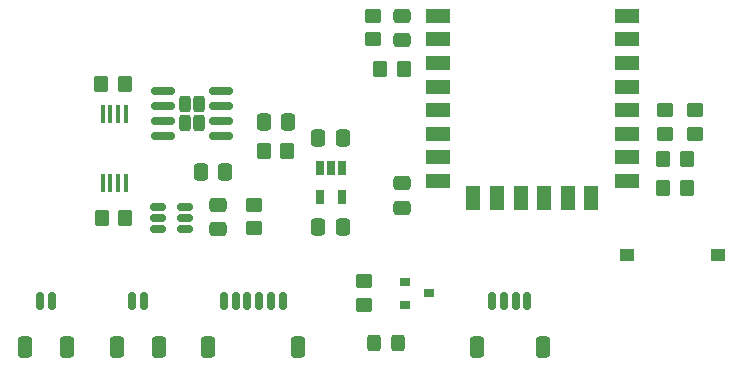
<source format=gbr>
%TF.GenerationSoftware,KiCad,Pcbnew,9.0.6-9.0.6~ubuntu22.04.1*%
%TF.CreationDate,2026-01-04T01:52:07+05:30*%
%TF.ProjectId,WLM_NODE1,574c4d5f-4e4f-4444-9531-2e6b69636164,rev?*%
%TF.SameCoordinates,Original*%
%TF.FileFunction,Paste,Top*%
%TF.FilePolarity,Positive*%
%FSLAX46Y46*%
G04 Gerber Fmt 4.6, Leading zero omitted, Abs format (unit mm)*
G04 Created by KiCad (PCBNEW 9.0.6-9.0.6~ubuntu22.04.1) date 2026-01-04 01:52:07*
%MOMM*%
%LPD*%
G01*
G04 APERTURE LIST*
G04 Aperture macros list*
%AMRoundRect*
0 Rectangle with rounded corners*
0 $1 Rounding radius*
0 $2 $3 $4 $5 $6 $7 $8 $9 X,Y pos of 4 corners*
0 Add a 4 corners polygon primitive as box body*
4,1,4,$2,$3,$4,$5,$6,$7,$8,$9,$2,$3,0*
0 Add four circle primitives for the rounded corners*
1,1,$1+$1,$2,$3*
1,1,$1+$1,$4,$5*
1,1,$1+$1,$6,$7*
1,1,$1+$1,$8,$9*
0 Add four rect primitives between the rounded corners*
20,1,$1+$1,$2,$3,$4,$5,0*
20,1,$1+$1,$4,$5,$6,$7,0*
20,1,$1+$1,$6,$7,$8,$9,0*
20,1,$1+$1,$8,$9,$2,$3,0*%
G04 Aperture macros list end*
%ADD10RoundRect,0.250000X-0.350000X-0.450000X0.350000X-0.450000X0.350000X0.450000X-0.350000X0.450000X0*%
%ADD11RoundRect,0.250000X-0.337500X-0.475000X0.337500X-0.475000X0.337500X0.475000X-0.337500X0.475000X0*%
%ADD12RoundRect,0.250000X0.350000X0.450000X-0.350000X0.450000X-0.350000X-0.450000X0.350000X-0.450000X0*%
%ADD13RoundRect,0.150000X-0.150000X-0.625000X0.150000X-0.625000X0.150000X0.625000X-0.150000X0.625000X0*%
%ADD14RoundRect,0.250000X-0.350000X-0.650000X0.350000X-0.650000X0.350000X0.650000X-0.350000X0.650000X0*%
%ADD15R,0.650000X1.250000*%
%ADD16RoundRect,0.250000X-0.450000X0.350000X-0.450000X-0.350000X0.450000X-0.350000X0.450000X0.350000X0*%
%ADD17RoundRect,0.250000X0.325000X0.450000X-0.325000X0.450000X-0.325000X-0.450000X0.325000X-0.450000X0*%
%ADD18RoundRect,0.250000X-0.475000X0.337500X-0.475000X-0.337500X0.475000X-0.337500X0.475000X0.337500X0*%
%ADD19R,0.972000X0.802000*%
%ADD20RoundRect,0.250000X0.337500X0.475000X-0.337500X0.475000X-0.337500X-0.475000X0.337500X-0.475000X0*%
%ADD21RoundRect,0.050000X0.150000X-0.730000X0.150000X0.730000X-0.150000X0.730000X-0.150000X-0.730000X0*%
%ADD22RoundRect,0.250000X-0.255000X-0.440000X0.255000X-0.440000X0.255000X0.440000X-0.255000X0.440000X0*%
%ADD23RoundRect,0.150000X-0.825000X-0.150000X0.825000X-0.150000X0.825000X0.150000X-0.825000X0.150000X0*%
%ADD24RoundRect,0.250000X0.475000X-0.337500X0.475000X0.337500X-0.475000X0.337500X-0.475000X-0.337500X0*%
%ADD25RoundRect,0.150000X-0.512500X-0.150000X0.512500X-0.150000X0.512500X0.150000X-0.512500X0.150000X0*%
%ADD26R,1.250000X1.000000*%
%ADD27R,2.000000X1.200000*%
%ADD28R,1.200000X2.000000*%
G04 APERTURE END LIST*
D10*
%TO.C,R5*%
X171400000Y-69800000D03*
X173400000Y-69800000D03*
%TD*%
D11*
%TO.C,C1*%
X137542500Y-66700000D03*
X139617500Y-66700000D03*
%TD*%
D12*
%TO.C,R6*%
X149430000Y-62200000D03*
X147430000Y-62200000D03*
%TD*%
D13*
%TO.C,J1*%
X134175000Y-81850000D03*
X135175000Y-81850000D03*
X136175000Y-81850000D03*
X137175000Y-81850000D03*
X138175000Y-81850000D03*
X139175000Y-81850000D03*
D14*
X132875000Y-85725000D03*
X140475000Y-85725000D03*
%TD*%
D10*
%TO.C,R1*%
X137550000Y-69200000D03*
X139550000Y-69200000D03*
%TD*%
D12*
%TO.C,R2*%
X125800000Y-63450000D03*
X123800000Y-63450000D03*
%TD*%
%TO.C,R10*%
X125825000Y-74875000D03*
X123825000Y-74875000D03*
%TD*%
D15*
%TO.C,IC1*%
X144207500Y-70575000D03*
X143267500Y-70575000D03*
X142327500Y-70575000D03*
X142327500Y-73075000D03*
X144207500Y-73075000D03*
%TD*%
D16*
%TO.C,R7*%
X146800000Y-57707500D03*
X146800000Y-59707500D03*
%TD*%
%TO.C,R11*%
X146050000Y-80200000D03*
X146050000Y-82200000D03*
%TD*%
D17*
%TO.C,D1*%
X148950000Y-85450000D03*
X146900000Y-85450000D03*
%TD*%
D18*
%TO.C,C5*%
X149300000Y-57700000D03*
X149300000Y-59775000D03*
%TD*%
D19*
%TO.C,T1*%
X149518000Y-80234800D03*
X149518000Y-82165200D03*
X151550000Y-81200000D03*
%TD*%
D20*
%TO.C,C6*%
X144225000Y-75575000D03*
X142150000Y-75575000D03*
%TD*%
%TO.C,C7*%
X144225000Y-68075000D03*
X142150000Y-68075000D03*
%TD*%
D21*
%TO.C,Q1*%
X123910000Y-71830000D03*
X124560000Y-71830000D03*
X125210000Y-71830000D03*
X125860000Y-71830000D03*
X125860000Y-66070000D03*
X125210000Y-66070000D03*
X124560000Y-66070000D03*
X123910000Y-66070000D03*
%TD*%
D18*
%TO.C,C3*%
X149300000Y-71875000D03*
X149300000Y-73950000D03*
%TD*%
D22*
%TO.C,U2*%
X130900000Y-65175000D03*
X130900000Y-66825000D03*
X132100000Y-65175000D03*
X132100000Y-66825000D03*
D23*
X129025000Y-64095000D03*
X129025000Y-65365000D03*
X129025000Y-66635000D03*
X129025000Y-67905000D03*
X133975000Y-67905000D03*
X133975000Y-66635000D03*
X133975000Y-65365000D03*
X133975000Y-64095000D03*
%TD*%
D13*
%TO.C,BAT*%
X118625000Y-81850000D03*
X119625000Y-81850000D03*
D14*
X117325000Y-85725000D03*
X120925000Y-85725000D03*
%TD*%
D10*
%TO.C,R3*%
X171400000Y-72300000D03*
X173400000Y-72300000D03*
%TD*%
D24*
%TO.C,C4*%
X133700000Y-75767500D03*
X133700000Y-73692500D03*
%TD*%
D25*
%TO.C,U3*%
X128600000Y-73875000D03*
X128600000Y-74825000D03*
X128600000Y-75775000D03*
X130875000Y-75775000D03*
X130875000Y-74825000D03*
X130875000Y-73875000D03*
%TD*%
D16*
%TO.C,R4*%
X136700000Y-73700000D03*
X136700000Y-75700000D03*
%TD*%
D20*
%TO.C,C2*%
X134300000Y-70950000D03*
X132225000Y-70950000D03*
%TD*%
D26*
%TO.C,SW1*%
X168300000Y-77950000D03*
X176050000Y-77950000D03*
%TD*%
D16*
%TO.C,R9*%
X174050000Y-65700000D03*
X174050000Y-67700000D03*
%TD*%
D27*
%TO.C,U1*%
X152300000Y-57700000D03*
X152300000Y-59700000D03*
X152300000Y-61700000D03*
X152300000Y-63700000D03*
X152300000Y-65700000D03*
X152300000Y-67700000D03*
X152300000Y-69700000D03*
X152300000Y-71700000D03*
D28*
X155300000Y-73180000D03*
X157300000Y-73180000D03*
X159300000Y-73180000D03*
X161300000Y-73180000D03*
X163300000Y-73180000D03*
X165300000Y-73180000D03*
D27*
X168300000Y-71700000D03*
X168300000Y-69700000D03*
X168300000Y-67700000D03*
X168300000Y-65700000D03*
X168300000Y-63700000D03*
X168300000Y-61700000D03*
X168300000Y-59700000D03*
X168300000Y-57700000D03*
%TD*%
D13*
%TO.C,SP*%
X126400000Y-81850000D03*
X127400000Y-81850000D03*
D14*
X125100000Y-85725000D03*
X128700000Y-85725000D03*
%TD*%
D13*
%TO.C,SENSOR*%
X156875000Y-81850000D03*
X157875000Y-81850000D03*
X158875000Y-81850000D03*
X159875000Y-81850000D03*
D14*
X155575000Y-85725000D03*
X161175000Y-85725000D03*
%TD*%
D16*
%TO.C,R8*%
X171550000Y-65700000D03*
X171550000Y-67700000D03*
%TD*%
M02*

</source>
